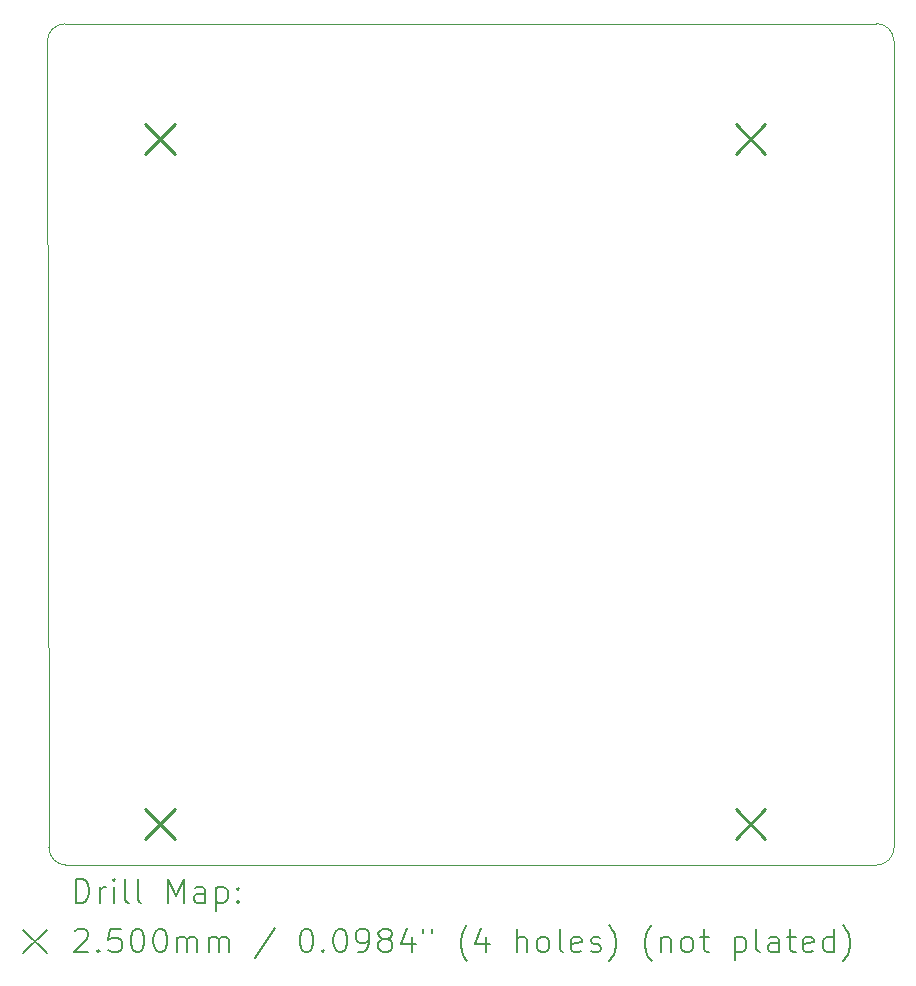
<source format=gbr>
%TF.GenerationSoftware,KiCad,Pcbnew,7.0.2-0*%
%TF.CreationDate,2023-05-05T21:51:03-04:00*%
%TF.ProjectId,Pi_HAT_V4,50695f48-4154-45f5-9634-2e6b69636164,rev?*%
%TF.SameCoordinates,Original*%
%TF.FileFunction,Drillmap*%
%TF.FilePolarity,Positive*%
%FSLAX45Y45*%
G04 Gerber Fmt 4.5, Leading zero omitted, Abs format (unit mm)*
G04 Created by KiCad (PCBNEW 7.0.2-0) date 2023-05-05 21:51:03*
%MOMM*%
%LPD*%
G01*
G04 APERTURE LIST*
%ADD10C,0.100000*%
%ADD11C,0.200000*%
%ADD12C,0.250000*%
G04 APERTURE END LIST*
D10*
X9446066Y-6476250D02*
X16315000Y-6473750D01*
X9446066Y-6476246D02*
G75*
G03*
X9296066Y-6626250I4J-150004D01*
G01*
X9310000Y-13450000D02*
X9296066Y-6626250D01*
X16316434Y-13598934D02*
G75*
G03*
X16466434Y-13448934I-4J150004D01*
G01*
X16465000Y-6623750D02*
X16466434Y-13448934D01*
X9310000Y-13450000D02*
G75*
G03*
X9460000Y-13600000I150000J0D01*
G01*
X16465000Y-6623750D02*
G75*
G03*
X16315000Y-6473750I-150000J0D01*
G01*
X16316434Y-13598934D02*
X9460000Y-13600000D01*
D11*
D12*
X10125000Y-7325000D02*
X10375000Y-7575000D01*
X10375000Y-7325000D02*
X10125000Y-7575000D01*
X10125000Y-13125000D02*
X10375000Y-13375000D01*
X10375000Y-13125000D02*
X10125000Y-13375000D01*
X15125000Y-7325000D02*
X15375000Y-7575000D01*
X15375000Y-7325000D02*
X15125000Y-7575000D01*
X15125000Y-13125000D02*
X15375000Y-13375000D01*
X15375000Y-13125000D02*
X15125000Y-13375000D01*
D11*
X9538685Y-13917524D02*
X9538685Y-13717524D01*
X9538685Y-13717524D02*
X9586304Y-13717524D01*
X9586304Y-13717524D02*
X9614876Y-13727048D01*
X9614876Y-13727048D02*
X9633923Y-13746095D01*
X9633923Y-13746095D02*
X9643447Y-13765143D01*
X9643447Y-13765143D02*
X9652971Y-13803238D01*
X9652971Y-13803238D02*
X9652971Y-13831809D01*
X9652971Y-13831809D02*
X9643447Y-13869905D01*
X9643447Y-13869905D02*
X9633923Y-13888952D01*
X9633923Y-13888952D02*
X9614876Y-13908000D01*
X9614876Y-13908000D02*
X9586304Y-13917524D01*
X9586304Y-13917524D02*
X9538685Y-13917524D01*
X9738685Y-13917524D02*
X9738685Y-13784190D01*
X9738685Y-13822286D02*
X9748209Y-13803238D01*
X9748209Y-13803238D02*
X9757733Y-13793714D01*
X9757733Y-13793714D02*
X9776780Y-13784190D01*
X9776780Y-13784190D02*
X9795828Y-13784190D01*
X9862495Y-13917524D02*
X9862495Y-13784190D01*
X9862495Y-13717524D02*
X9852971Y-13727048D01*
X9852971Y-13727048D02*
X9862495Y-13736571D01*
X9862495Y-13736571D02*
X9872018Y-13727048D01*
X9872018Y-13727048D02*
X9862495Y-13717524D01*
X9862495Y-13717524D02*
X9862495Y-13736571D01*
X9986304Y-13917524D02*
X9967256Y-13908000D01*
X9967256Y-13908000D02*
X9957733Y-13888952D01*
X9957733Y-13888952D02*
X9957733Y-13717524D01*
X10091066Y-13917524D02*
X10072018Y-13908000D01*
X10072018Y-13908000D02*
X10062495Y-13888952D01*
X10062495Y-13888952D02*
X10062495Y-13717524D01*
X10319637Y-13917524D02*
X10319637Y-13717524D01*
X10319637Y-13717524D02*
X10386304Y-13860381D01*
X10386304Y-13860381D02*
X10452971Y-13717524D01*
X10452971Y-13717524D02*
X10452971Y-13917524D01*
X10633923Y-13917524D02*
X10633923Y-13812762D01*
X10633923Y-13812762D02*
X10624399Y-13793714D01*
X10624399Y-13793714D02*
X10605352Y-13784190D01*
X10605352Y-13784190D02*
X10567256Y-13784190D01*
X10567256Y-13784190D02*
X10548209Y-13793714D01*
X10633923Y-13908000D02*
X10614876Y-13917524D01*
X10614876Y-13917524D02*
X10567256Y-13917524D01*
X10567256Y-13917524D02*
X10548209Y-13908000D01*
X10548209Y-13908000D02*
X10538685Y-13888952D01*
X10538685Y-13888952D02*
X10538685Y-13869905D01*
X10538685Y-13869905D02*
X10548209Y-13850857D01*
X10548209Y-13850857D02*
X10567256Y-13841333D01*
X10567256Y-13841333D02*
X10614876Y-13841333D01*
X10614876Y-13841333D02*
X10633923Y-13831809D01*
X10729161Y-13784190D02*
X10729161Y-13984190D01*
X10729161Y-13793714D02*
X10748209Y-13784190D01*
X10748209Y-13784190D02*
X10786304Y-13784190D01*
X10786304Y-13784190D02*
X10805352Y-13793714D01*
X10805352Y-13793714D02*
X10814876Y-13803238D01*
X10814876Y-13803238D02*
X10824399Y-13822286D01*
X10824399Y-13822286D02*
X10824399Y-13879428D01*
X10824399Y-13879428D02*
X10814876Y-13898476D01*
X10814876Y-13898476D02*
X10805352Y-13908000D01*
X10805352Y-13908000D02*
X10786304Y-13917524D01*
X10786304Y-13917524D02*
X10748209Y-13917524D01*
X10748209Y-13917524D02*
X10729161Y-13908000D01*
X10910114Y-13898476D02*
X10919637Y-13908000D01*
X10919637Y-13908000D02*
X10910114Y-13917524D01*
X10910114Y-13917524D02*
X10900590Y-13908000D01*
X10900590Y-13908000D02*
X10910114Y-13898476D01*
X10910114Y-13898476D02*
X10910114Y-13917524D01*
X10910114Y-13793714D02*
X10919637Y-13803238D01*
X10919637Y-13803238D02*
X10910114Y-13812762D01*
X10910114Y-13812762D02*
X10900590Y-13803238D01*
X10900590Y-13803238D02*
X10910114Y-13793714D01*
X10910114Y-13793714D02*
X10910114Y-13812762D01*
X9091066Y-14145000D02*
X9291066Y-14345000D01*
X9291066Y-14145000D02*
X9091066Y-14345000D01*
X9529161Y-14156571D02*
X9538685Y-14147048D01*
X9538685Y-14147048D02*
X9557733Y-14137524D01*
X9557733Y-14137524D02*
X9605352Y-14137524D01*
X9605352Y-14137524D02*
X9624399Y-14147048D01*
X9624399Y-14147048D02*
X9633923Y-14156571D01*
X9633923Y-14156571D02*
X9643447Y-14175619D01*
X9643447Y-14175619D02*
X9643447Y-14194667D01*
X9643447Y-14194667D02*
X9633923Y-14223238D01*
X9633923Y-14223238D02*
X9519637Y-14337524D01*
X9519637Y-14337524D02*
X9643447Y-14337524D01*
X9729161Y-14318476D02*
X9738685Y-14328000D01*
X9738685Y-14328000D02*
X9729161Y-14337524D01*
X9729161Y-14337524D02*
X9719637Y-14328000D01*
X9719637Y-14328000D02*
X9729161Y-14318476D01*
X9729161Y-14318476D02*
X9729161Y-14337524D01*
X9919637Y-14137524D02*
X9824399Y-14137524D01*
X9824399Y-14137524D02*
X9814876Y-14232762D01*
X9814876Y-14232762D02*
X9824399Y-14223238D01*
X9824399Y-14223238D02*
X9843447Y-14213714D01*
X9843447Y-14213714D02*
X9891066Y-14213714D01*
X9891066Y-14213714D02*
X9910114Y-14223238D01*
X9910114Y-14223238D02*
X9919637Y-14232762D01*
X9919637Y-14232762D02*
X9929161Y-14251809D01*
X9929161Y-14251809D02*
X9929161Y-14299428D01*
X9929161Y-14299428D02*
X9919637Y-14318476D01*
X9919637Y-14318476D02*
X9910114Y-14328000D01*
X9910114Y-14328000D02*
X9891066Y-14337524D01*
X9891066Y-14337524D02*
X9843447Y-14337524D01*
X9843447Y-14337524D02*
X9824399Y-14328000D01*
X9824399Y-14328000D02*
X9814876Y-14318476D01*
X10052971Y-14137524D02*
X10072018Y-14137524D01*
X10072018Y-14137524D02*
X10091066Y-14147048D01*
X10091066Y-14147048D02*
X10100590Y-14156571D01*
X10100590Y-14156571D02*
X10110114Y-14175619D01*
X10110114Y-14175619D02*
X10119637Y-14213714D01*
X10119637Y-14213714D02*
X10119637Y-14261333D01*
X10119637Y-14261333D02*
X10110114Y-14299428D01*
X10110114Y-14299428D02*
X10100590Y-14318476D01*
X10100590Y-14318476D02*
X10091066Y-14328000D01*
X10091066Y-14328000D02*
X10072018Y-14337524D01*
X10072018Y-14337524D02*
X10052971Y-14337524D01*
X10052971Y-14337524D02*
X10033923Y-14328000D01*
X10033923Y-14328000D02*
X10024399Y-14318476D01*
X10024399Y-14318476D02*
X10014876Y-14299428D01*
X10014876Y-14299428D02*
X10005352Y-14261333D01*
X10005352Y-14261333D02*
X10005352Y-14213714D01*
X10005352Y-14213714D02*
X10014876Y-14175619D01*
X10014876Y-14175619D02*
X10024399Y-14156571D01*
X10024399Y-14156571D02*
X10033923Y-14147048D01*
X10033923Y-14147048D02*
X10052971Y-14137524D01*
X10243447Y-14137524D02*
X10262495Y-14137524D01*
X10262495Y-14137524D02*
X10281542Y-14147048D01*
X10281542Y-14147048D02*
X10291066Y-14156571D01*
X10291066Y-14156571D02*
X10300590Y-14175619D01*
X10300590Y-14175619D02*
X10310114Y-14213714D01*
X10310114Y-14213714D02*
X10310114Y-14261333D01*
X10310114Y-14261333D02*
X10300590Y-14299428D01*
X10300590Y-14299428D02*
X10291066Y-14318476D01*
X10291066Y-14318476D02*
X10281542Y-14328000D01*
X10281542Y-14328000D02*
X10262495Y-14337524D01*
X10262495Y-14337524D02*
X10243447Y-14337524D01*
X10243447Y-14337524D02*
X10224399Y-14328000D01*
X10224399Y-14328000D02*
X10214876Y-14318476D01*
X10214876Y-14318476D02*
X10205352Y-14299428D01*
X10205352Y-14299428D02*
X10195828Y-14261333D01*
X10195828Y-14261333D02*
X10195828Y-14213714D01*
X10195828Y-14213714D02*
X10205352Y-14175619D01*
X10205352Y-14175619D02*
X10214876Y-14156571D01*
X10214876Y-14156571D02*
X10224399Y-14147048D01*
X10224399Y-14147048D02*
X10243447Y-14137524D01*
X10395828Y-14337524D02*
X10395828Y-14204190D01*
X10395828Y-14223238D02*
X10405352Y-14213714D01*
X10405352Y-14213714D02*
X10424399Y-14204190D01*
X10424399Y-14204190D02*
X10452971Y-14204190D01*
X10452971Y-14204190D02*
X10472018Y-14213714D01*
X10472018Y-14213714D02*
X10481542Y-14232762D01*
X10481542Y-14232762D02*
X10481542Y-14337524D01*
X10481542Y-14232762D02*
X10491066Y-14213714D01*
X10491066Y-14213714D02*
X10510114Y-14204190D01*
X10510114Y-14204190D02*
X10538685Y-14204190D01*
X10538685Y-14204190D02*
X10557733Y-14213714D01*
X10557733Y-14213714D02*
X10567257Y-14232762D01*
X10567257Y-14232762D02*
X10567257Y-14337524D01*
X10662495Y-14337524D02*
X10662495Y-14204190D01*
X10662495Y-14223238D02*
X10672018Y-14213714D01*
X10672018Y-14213714D02*
X10691066Y-14204190D01*
X10691066Y-14204190D02*
X10719638Y-14204190D01*
X10719638Y-14204190D02*
X10738685Y-14213714D01*
X10738685Y-14213714D02*
X10748209Y-14232762D01*
X10748209Y-14232762D02*
X10748209Y-14337524D01*
X10748209Y-14232762D02*
X10757733Y-14213714D01*
X10757733Y-14213714D02*
X10776780Y-14204190D01*
X10776780Y-14204190D02*
X10805352Y-14204190D01*
X10805352Y-14204190D02*
X10824399Y-14213714D01*
X10824399Y-14213714D02*
X10833923Y-14232762D01*
X10833923Y-14232762D02*
X10833923Y-14337524D01*
X11224399Y-14128000D02*
X11052971Y-14385143D01*
X11481542Y-14137524D02*
X11500590Y-14137524D01*
X11500590Y-14137524D02*
X11519638Y-14147048D01*
X11519638Y-14147048D02*
X11529161Y-14156571D01*
X11529161Y-14156571D02*
X11538685Y-14175619D01*
X11538685Y-14175619D02*
X11548209Y-14213714D01*
X11548209Y-14213714D02*
X11548209Y-14261333D01*
X11548209Y-14261333D02*
X11538685Y-14299428D01*
X11538685Y-14299428D02*
X11529161Y-14318476D01*
X11529161Y-14318476D02*
X11519638Y-14328000D01*
X11519638Y-14328000D02*
X11500590Y-14337524D01*
X11500590Y-14337524D02*
X11481542Y-14337524D01*
X11481542Y-14337524D02*
X11462495Y-14328000D01*
X11462495Y-14328000D02*
X11452971Y-14318476D01*
X11452971Y-14318476D02*
X11443447Y-14299428D01*
X11443447Y-14299428D02*
X11433923Y-14261333D01*
X11433923Y-14261333D02*
X11433923Y-14213714D01*
X11433923Y-14213714D02*
X11443447Y-14175619D01*
X11443447Y-14175619D02*
X11452971Y-14156571D01*
X11452971Y-14156571D02*
X11462495Y-14147048D01*
X11462495Y-14147048D02*
X11481542Y-14137524D01*
X11633923Y-14318476D02*
X11643447Y-14328000D01*
X11643447Y-14328000D02*
X11633923Y-14337524D01*
X11633923Y-14337524D02*
X11624399Y-14328000D01*
X11624399Y-14328000D02*
X11633923Y-14318476D01*
X11633923Y-14318476D02*
X11633923Y-14337524D01*
X11767257Y-14137524D02*
X11786304Y-14137524D01*
X11786304Y-14137524D02*
X11805352Y-14147048D01*
X11805352Y-14147048D02*
X11814876Y-14156571D01*
X11814876Y-14156571D02*
X11824399Y-14175619D01*
X11824399Y-14175619D02*
X11833923Y-14213714D01*
X11833923Y-14213714D02*
X11833923Y-14261333D01*
X11833923Y-14261333D02*
X11824399Y-14299428D01*
X11824399Y-14299428D02*
X11814876Y-14318476D01*
X11814876Y-14318476D02*
X11805352Y-14328000D01*
X11805352Y-14328000D02*
X11786304Y-14337524D01*
X11786304Y-14337524D02*
X11767257Y-14337524D01*
X11767257Y-14337524D02*
X11748209Y-14328000D01*
X11748209Y-14328000D02*
X11738685Y-14318476D01*
X11738685Y-14318476D02*
X11729161Y-14299428D01*
X11729161Y-14299428D02*
X11719638Y-14261333D01*
X11719638Y-14261333D02*
X11719638Y-14213714D01*
X11719638Y-14213714D02*
X11729161Y-14175619D01*
X11729161Y-14175619D02*
X11738685Y-14156571D01*
X11738685Y-14156571D02*
X11748209Y-14147048D01*
X11748209Y-14147048D02*
X11767257Y-14137524D01*
X11929161Y-14337524D02*
X11967257Y-14337524D01*
X11967257Y-14337524D02*
X11986304Y-14328000D01*
X11986304Y-14328000D02*
X11995828Y-14318476D01*
X11995828Y-14318476D02*
X12014876Y-14289905D01*
X12014876Y-14289905D02*
X12024399Y-14251809D01*
X12024399Y-14251809D02*
X12024399Y-14175619D01*
X12024399Y-14175619D02*
X12014876Y-14156571D01*
X12014876Y-14156571D02*
X12005352Y-14147048D01*
X12005352Y-14147048D02*
X11986304Y-14137524D01*
X11986304Y-14137524D02*
X11948209Y-14137524D01*
X11948209Y-14137524D02*
X11929161Y-14147048D01*
X11929161Y-14147048D02*
X11919638Y-14156571D01*
X11919638Y-14156571D02*
X11910114Y-14175619D01*
X11910114Y-14175619D02*
X11910114Y-14223238D01*
X11910114Y-14223238D02*
X11919638Y-14242286D01*
X11919638Y-14242286D02*
X11929161Y-14251809D01*
X11929161Y-14251809D02*
X11948209Y-14261333D01*
X11948209Y-14261333D02*
X11986304Y-14261333D01*
X11986304Y-14261333D02*
X12005352Y-14251809D01*
X12005352Y-14251809D02*
X12014876Y-14242286D01*
X12014876Y-14242286D02*
X12024399Y-14223238D01*
X12138685Y-14223238D02*
X12119638Y-14213714D01*
X12119638Y-14213714D02*
X12110114Y-14204190D01*
X12110114Y-14204190D02*
X12100590Y-14185143D01*
X12100590Y-14185143D02*
X12100590Y-14175619D01*
X12100590Y-14175619D02*
X12110114Y-14156571D01*
X12110114Y-14156571D02*
X12119638Y-14147048D01*
X12119638Y-14147048D02*
X12138685Y-14137524D01*
X12138685Y-14137524D02*
X12176780Y-14137524D01*
X12176780Y-14137524D02*
X12195828Y-14147048D01*
X12195828Y-14147048D02*
X12205352Y-14156571D01*
X12205352Y-14156571D02*
X12214876Y-14175619D01*
X12214876Y-14175619D02*
X12214876Y-14185143D01*
X12214876Y-14185143D02*
X12205352Y-14204190D01*
X12205352Y-14204190D02*
X12195828Y-14213714D01*
X12195828Y-14213714D02*
X12176780Y-14223238D01*
X12176780Y-14223238D02*
X12138685Y-14223238D01*
X12138685Y-14223238D02*
X12119638Y-14232762D01*
X12119638Y-14232762D02*
X12110114Y-14242286D01*
X12110114Y-14242286D02*
X12100590Y-14261333D01*
X12100590Y-14261333D02*
X12100590Y-14299428D01*
X12100590Y-14299428D02*
X12110114Y-14318476D01*
X12110114Y-14318476D02*
X12119638Y-14328000D01*
X12119638Y-14328000D02*
X12138685Y-14337524D01*
X12138685Y-14337524D02*
X12176780Y-14337524D01*
X12176780Y-14337524D02*
X12195828Y-14328000D01*
X12195828Y-14328000D02*
X12205352Y-14318476D01*
X12205352Y-14318476D02*
X12214876Y-14299428D01*
X12214876Y-14299428D02*
X12214876Y-14261333D01*
X12214876Y-14261333D02*
X12205352Y-14242286D01*
X12205352Y-14242286D02*
X12195828Y-14232762D01*
X12195828Y-14232762D02*
X12176780Y-14223238D01*
X12386304Y-14204190D02*
X12386304Y-14337524D01*
X12338685Y-14128000D02*
X12291066Y-14270857D01*
X12291066Y-14270857D02*
X12414876Y-14270857D01*
X12481542Y-14137524D02*
X12481542Y-14175619D01*
X12557733Y-14137524D02*
X12557733Y-14175619D01*
X12852971Y-14413714D02*
X12843447Y-14404190D01*
X12843447Y-14404190D02*
X12824400Y-14375619D01*
X12824400Y-14375619D02*
X12814876Y-14356571D01*
X12814876Y-14356571D02*
X12805352Y-14328000D01*
X12805352Y-14328000D02*
X12795828Y-14280381D01*
X12795828Y-14280381D02*
X12795828Y-14242286D01*
X12795828Y-14242286D02*
X12805352Y-14194667D01*
X12805352Y-14194667D02*
X12814876Y-14166095D01*
X12814876Y-14166095D02*
X12824400Y-14147048D01*
X12824400Y-14147048D02*
X12843447Y-14118476D01*
X12843447Y-14118476D02*
X12852971Y-14108952D01*
X13014876Y-14204190D02*
X13014876Y-14337524D01*
X12967257Y-14128000D02*
X12919638Y-14270857D01*
X12919638Y-14270857D02*
X13043447Y-14270857D01*
X13272019Y-14337524D02*
X13272019Y-14137524D01*
X13357733Y-14337524D02*
X13357733Y-14232762D01*
X13357733Y-14232762D02*
X13348209Y-14213714D01*
X13348209Y-14213714D02*
X13329162Y-14204190D01*
X13329162Y-14204190D02*
X13300590Y-14204190D01*
X13300590Y-14204190D02*
X13281542Y-14213714D01*
X13281542Y-14213714D02*
X13272019Y-14223238D01*
X13481542Y-14337524D02*
X13462495Y-14328000D01*
X13462495Y-14328000D02*
X13452971Y-14318476D01*
X13452971Y-14318476D02*
X13443447Y-14299428D01*
X13443447Y-14299428D02*
X13443447Y-14242286D01*
X13443447Y-14242286D02*
X13452971Y-14223238D01*
X13452971Y-14223238D02*
X13462495Y-14213714D01*
X13462495Y-14213714D02*
X13481542Y-14204190D01*
X13481542Y-14204190D02*
X13510114Y-14204190D01*
X13510114Y-14204190D02*
X13529162Y-14213714D01*
X13529162Y-14213714D02*
X13538685Y-14223238D01*
X13538685Y-14223238D02*
X13548209Y-14242286D01*
X13548209Y-14242286D02*
X13548209Y-14299428D01*
X13548209Y-14299428D02*
X13538685Y-14318476D01*
X13538685Y-14318476D02*
X13529162Y-14328000D01*
X13529162Y-14328000D02*
X13510114Y-14337524D01*
X13510114Y-14337524D02*
X13481542Y-14337524D01*
X13662495Y-14337524D02*
X13643447Y-14328000D01*
X13643447Y-14328000D02*
X13633923Y-14308952D01*
X13633923Y-14308952D02*
X13633923Y-14137524D01*
X13814876Y-14328000D02*
X13795828Y-14337524D01*
X13795828Y-14337524D02*
X13757733Y-14337524D01*
X13757733Y-14337524D02*
X13738685Y-14328000D01*
X13738685Y-14328000D02*
X13729162Y-14308952D01*
X13729162Y-14308952D02*
X13729162Y-14232762D01*
X13729162Y-14232762D02*
X13738685Y-14213714D01*
X13738685Y-14213714D02*
X13757733Y-14204190D01*
X13757733Y-14204190D02*
X13795828Y-14204190D01*
X13795828Y-14204190D02*
X13814876Y-14213714D01*
X13814876Y-14213714D02*
X13824400Y-14232762D01*
X13824400Y-14232762D02*
X13824400Y-14251809D01*
X13824400Y-14251809D02*
X13729162Y-14270857D01*
X13900590Y-14328000D02*
X13919638Y-14337524D01*
X13919638Y-14337524D02*
X13957733Y-14337524D01*
X13957733Y-14337524D02*
X13976781Y-14328000D01*
X13976781Y-14328000D02*
X13986304Y-14308952D01*
X13986304Y-14308952D02*
X13986304Y-14299428D01*
X13986304Y-14299428D02*
X13976781Y-14280381D01*
X13976781Y-14280381D02*
X13957733Y-14270857D01*
X13957733Y-14270857D02*
X13929162Y-14270857D01*
X13929162Y-14270857D02*
X13910114Y-14261333D01*
X13910114Y-14261333D02*
X13900590Y-14242286D01*
X13900590Y-14242286D02*
X13900590Y-14232762D01*
X13900590Y-14232762D02*
X13910114Y-14213714D01*
X13910114Y-14213714D02*
X13929162Y-14204190D01*
X13929162Y-14204190D02*
X13957733Y-14204190D01*
X13957733Y-14204190D02*
X13976781Y-14213714D01*
X14052971Y-14413714D02*
X14062495Y-14404190D01*
X14062495Y-14404190D02*
X14081543Y-14375619D01*
X14081543Y-14375619D02*
X14091066Y-14356571D01*
X14091066Y-14356571D02*
X14100590Y-14328000D01*
X14100590Y-14328000D02*
X14110114Y-14280381D01*
X14110114Y-14280381D02*
X14110114Y-14242286D01*
X14110114Y-14242286D02*
X14100590Y-14194667D01*
X14100590Y-14194667D02*
X14091066Y-14166095D01*
X14091066Y-14166095D02*
X14081543Y-14147048D01*
X14081543Y-14147048D02*
X14062495Y-14118476D01*
X14062495Y-14118476D02*
X14052971Y-14108952D01*
X14414876Y-14413714D02*
X14405352Y-14404190D01*
X14405352Y-14404190D02*
X14386304Y-14375619D01*
X14386304Y-14375619D02*
X14376781Y-14356571D01*
X14376781Y-14356571D02*
X14367257Y-14328000D01*
X14367257Y-14328000D02*
X14357733Y-14280381D01*
X14357733Y-14280381D02*
X14357733Y-14242286D01*
X14357733Y-14242286D02*
X14367257Y-14194667D01*
X14367257Y-14194667D02*
X14376781Y-14166095D01*
X14376781Y-14166095D02*
X14386304Y-14147048D01*
X14386304Y-14147048D02*
X14405352Y-14118476D01*
X14405352Y-14118476D02*
X14414876Y-14108952D01*
X14491066Y-14204190D02*
X14491066Y-14337524D01*
X14491066Y-14223238D02*
X14500590Y-14213714D01*
X14500590Y-14213714D02*
X14519638Y-14204190D01*
X14519638Y-14204190D02*
X14548209Y-14204190D01*
X14548209Y-14204190D02*
X14567257Y-14213714D01*
X14567257Y-14213714D02*
X14576781Y-14232762D01*
X14576781Y-14232762D02*
X14576781Y-14337524D01*
X14700590Y-14337524D02*
X14681543Y-14328000D01*
X14681543Y-14328000D02*
X14672019Y-14318476D01*
X14672019Y-14318476D02*
X14662495Y-14299428D01*
X14662495Y-14299428D02*
X14662495Y-14242286D01*
X14662495Y-14242286D02*
X14672019Y-14223238D01*
X14672019Y-14223238D02*
X14681543Y-14213714D01*
X14681543Y-14213714D02*
X14700590Y-14204190D01*
X14700590Y-14204190D02*
X14729162Y-14204190D01*
X14729162Y-14204190D02*
X14748209Y-14213714D01*
X14748209Y-14213714D02*
X14757733Y-14223238D01*
X14757733Y-14223238D02*
X14767257Y-14242286D01*
X14767257Y-14242286D02*
X14767257Y-14299428D01*
X14767257Y-14299428D02*
X14757733Y-14318476D01*
X14757733Y-14318476D02*
X14748209Y-14328000D01*
X14748209Y-14328000D02*
X14729162Y-14337524D01*
X14729162Y-14337524D02*
X14700590Y-14337524D01*
X14824400Y-14204190D02*
X14900590Y-14204190D01*
X14852971Y-14137524D02*
X14852971Y-14308952D01*
X14852971Y-14308952D02*
X14862495Y-14328000D01*
X14862495Y-14328000D02*
X14881543Y-14337524D01*
X14881543Y-14337524D02*
X14900590Y-14337524D01*
X15119638Y-14204190D02*
X15119638Y-14404190D01*
X15119638Y-14213714D02*
X15138685Y-14204190D01*
X15138685Y-14204190D02*
X15176781Y-14204190D01*
X15176781Y-14204190D02*
X15195828Y-14213714D01*
X15195828Y-14213714D02*
X15205352Y-14223238D01*
X15205352Y-14223238D02*
X15214876Y-14242286D01*
X15214876Y-14242286D02*
X15214876Y-14299428D01*
X15214876Y-14299428D02*
X15205352Y-14318476D01*
X15205352Y-14318476D02*
X15195828Y-14328000D01*
X15195828Y-14328000D02*
X15176781Y-14337524D01*
X15176781Y-14337524D02*
X15138685Y-14337524D01*
X15138685Y-14337524D02*
X15119638Y-14328000D01*
X15329162Y-14337524D02*
X15310114Y-14328000D01*
X15310114Y-14328000D02*
X15300590Y-14308952D01*
X15300590Y-14308952D02*
X15300590Y-14137524D01*
X15491066Y-14337524D02*
X15491066Y-14232762D01*
X15491066Y-14232762D02*
X15481543Y-14213714D01*
X15481543Y-14213714D02*
X15462495Y-14204190D01*
X15462495Y-14204190D02*
X15424400Y-14204190D01*
X15424400Y-14204190D02*
X15405352Y-14213714D01*
X15491066Y-14328000D02*
X15472019Y-14337524D01*
X15472019Y-14337524D02*
X15424400Y-14337524D01*
X15424400Y-14337524D02*
X15405352Y-14328000D01*
X15405352Y-14328000D02*
X15395828Y-14308952D01*
X15395828Y-14308952D02*
X15395828Y-14289905D01*
X15395828Y-14289905D02*
X15405352Y-14270857D01*
X15405352Y-14270857D02*
X15424400Y-14261333D01*
X15424400Y-14261333D02*
X15472019Y-14261333D01*
X15472019Y-14261333D02*
X15491066Y-14251809D01*
X15557733Y-14204190D02*
X15633924Y-14204190D01*
X15586305Y-14137524D02*
X15586305Y-14308952D01*
X15586305Y-14308952D02*
X15595828Y-14328000D01*
X15595828Y-14328000D02*
X15614876Y-14337524D01*
X15614876Y-14337524D02*
X15633924Y-14337524D01*
X15776781Y-14328000D02*
X15757733Y-14337524D01*
X15757733Y-14337524D02*
X15719638Y-14337524D01*
X15719638Y-14337524D02*
X15700590Y-14328000D01*
X15700590Y-14328000D02*
X15691066Y-14308952D01*
X15691066Y-14308952D02*
X15691066Y-14232762D01*
X15691066Y-14232762D02*
X15700590Y-14213714D01*
X15700590Y-14213714D02*
X15719638Y-14204190D01*
X15719638Y-14204190D02*
X15757733Y-14204190D01*
X15757733Y-14204190D02*
X15776781Y-14213714D01*
X15776781Y-14213714D02*
X15786305Y-14232762D01*
X15786305Y-14232762D02*
X15786305Y-14251809D01*
X15786305Y-14251809D02*
X15691066Y-14270857D01*
X15957733Y-14337524D02*
X15957733Y-14137524D01*
X15957733Y-14328000D02*
X15938686Y-14337524D01*
X15938686Y-14337524D02*
X15900590Y-14337524D01*
X15900590Y-14337524D02*
X15881543Y-14328000D01*
X15881543Y-14328000D02*
X15872019Y-14318476D01*
X15872019Y-14318476D02*
X15862495Y-14299428D01*
X15862495Y-14299428D02*
X15862495Y-14242286D01*
X15862495Y-14242286D02*
X15872019Y-14223238D01*
X15872019Y-14223238D02*
X15881543Y-14213714D01*
X15881543Y-14213714D02*
X15900590Y-14204190D01*
X15900590Y-14204190D02*
X15938686Y-14204190D01*
X15938686Y-14204190D02*
X15957733Y-14213714D01*
X16033924Y-14413714D02*
X16043447Y-14404190D01*
X16043447Y-14404190D02*
X16062495Y-14375619D01*
X16062495Y-14375619D02*
X16072019Y-14356571D01*
X16072019Y-14356571D02*
X16081543Y-14328000D01*
X16081543Y-14328000D02*
X16091066Y-14280381D01*
X16091066Y-14280381D02*
X16091066Y-14242286D01*
X16091066Y-14242286D02*
X16081543Y-14194667D01*
X16081543Y-14194667D02*
X16072019Y-14166095D01*
X16072019Y-14166095D02*
X16062495Y-14147048D01*
X16062495Y-14147048D02*
X16043447Y-14118476D01*
X16043447Y-14118476D02*
X16033924Y-14108952D01*
M02*

</source>
